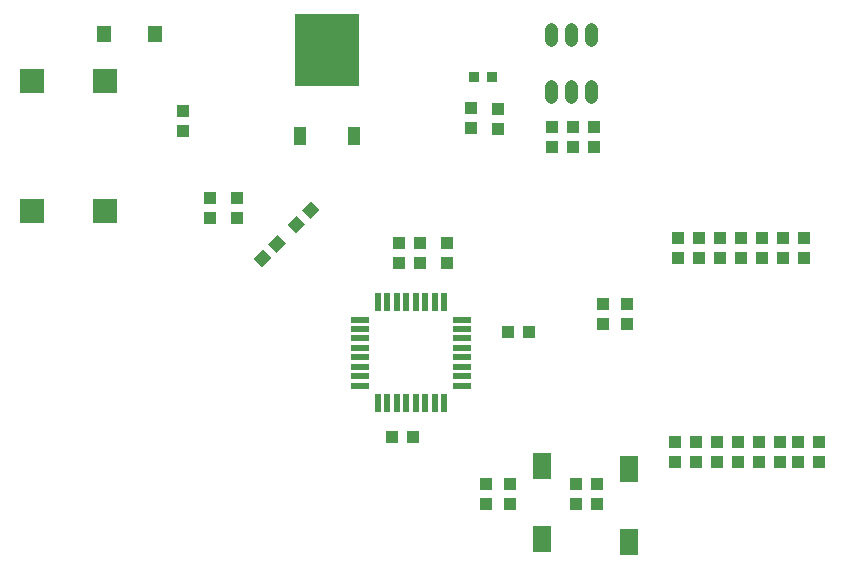
<source format=gbr>
G04 EAGLE Gerber RS-274X export*
G75*
%MOMM*%
%FSLAX34Y34*%
%LPD*%
%INSolderpaste Top*%
%IPPOS*%
%AMOC8*
5,1,8,0,0,1.08239X$1,22.5*%
G01*
%ADD10R,1.100000X1.000000*%
%ADD11R,1.000000X1.100000*%
%ADD12R,1.270000X1.470000*%
%ADD13C,1.100000*%
%ADD14R,0.910000X0.930000*%
%ADD15R,2.000000X2.000000*%
%ADD16R,5.400000X6.200000*%
%ADD17R,1.000000X1.600000*%
%ADD18R,1.600000X2.300000*%
%ADD19R,0.550000X1.500000*%
%ADD20R,1.500000X0.550000*%


D10*
G36*
X280944Y303255D02*
X288721Y311032D01*
X295792Y303961D01*
X288015Y296184D01*
X280944Y303255D01*
G37*
G36*
X268796Y291107D02*
X276573Y298884D01*
X283644Y291813D01*
X275867Y284036D01*
X268796Y291107D01*
G37*
G36*
X254996Y263165D02*
X247219Y255388D01*
X240148Y262459D01*
X247925Y270236D01*
X254996Y263165D01*
G37*
G36*
X267144Y275313D02*
X259367Y267536D01*
X252296Y274607D01*
X260073Y282384D01*
X267144Y275313D01*
G37*
X455730Y200660D03*
X472910Y200660D03*
D11*
X203200Y313890D03*
X203200Y296710D03*
X226060Y313890D03*
X226060Y296710D03*
X556260Y206810D03*
X556260Y223990D03*
X535940Y206810D03*
X535940Y223990D03*
X436880Y54410D03*
X436880Y71590D03*
X180340Y387550D03*
X180340Y370370D03*
X424180Y390090D03*
X424180Y372910D03*
X530860Y54410D03*
X530860Y71590D03*
X363220Y275790D03*
X363220Y258610D03*
X381000Y275790D03*
X381000Y258610D03*
D10*
X374850Y111760D03*
X357670Y111760D03*
D11*
X403860Y275790D03*
X403860Y258610D03*
D12*
X113813Y452965D03*
X156813Y452965D03*
D13*
X492007Y408583D02*
X492007Y399583D01*
X509007Y399583D02*
X509007Y408583D01*
X526007Y408583D02*
X526007Y399583D01*
X526007Y447583D02*
X526007Y456583D01*
X509007Y456583D02*
X509007Y447583D01*
X492007Y447583D02*
X492007Y456583D01*
D14*
X441940Y416560D03*
X426740Y416560D03*
D15*
X113933Y413146D03*
X52433Y413146D03*
X52433Y303146D03*
X113933Y303146D03*
D16*
X302260Y439020D03*
D17*
X279460Y366020D03*
X325060Y366020D03*
D11*
X513080Y72000D03*
X513080Y55000D03*
X635000Y280280D03*
X635000Y263280D03*
X652780Y280280D03*
X652780Y263280D03*
X670560Y280280D03*
X670560Y263280D03*
X688340Y280280D03*
X688340Y263280D03*
X706120Y280280D03*
X706120Y263280D03*
X599440Y280280D03*
X599440Y263280D03*
X617220Y280280D03*
X617220Y263280D03*
X457200Y72000D03*
X457200Y55000D03*
X528320Y374260D03*
X528320Y357260D03*
X492760Y374260D03*
X492760Y357260D03*
X668020Y90560D03*
X668020Y107560D03*
X510540Y374260D03*
X510540Y357260D03*
X447040Y389500D03*
X447040Y372500D03*
X650240Y90560D03*
X650240Y107560D03*
X718820Y90560D03*
X718820Y107560D03*
X596900Y90560D03*
X596900Y107560D03*
X614680Y90560D03*
X614680Y107560D03*
X701040Y90560D03*
X701040Y107560D03*
X685800Y107560D03*
X685800Y90560D03*
X632460Y107560D03*
X632460Y90560D03*
D18*
X557758Y22652D03*
X557758Y84652D03*
X484225Y25011D03*
X484225Y87011D03*
D19*
X401380Y225880D03*
X393380Y225880D03*
X385380Y225880D03*
X377380Y225880D03*
X369380Y225880D03*
X361380Y225880D03*
X353380Y225880D03*
X345380Y225880D03*
D20*
X330380Y210880D03*
X330380Y202880D03*
X330380Y194880D03*
X330380Y186880D03*
X330380Y178880D03*
X330380Y170880D03*
X330380Y162880D03*
X330380Y154880D03*
D19*
X345380Y139880D03*
X353380Y139880D03*
X361380Y139880D03*
X369380Y139880D03*
X377380Y139880D03*
X385380Y139880D03*
X393380Y139880D03*
X401380Y139880D03*
D20*
X416380Y154880D03*
X416380Y162880D03*
X416380Y170880D03*
X416380Y178880D03*
X416380Y186880D03*
X416380Y194880D03*
X416380Y202880D03*
X416380Y210880D03*
M02*

</source>
